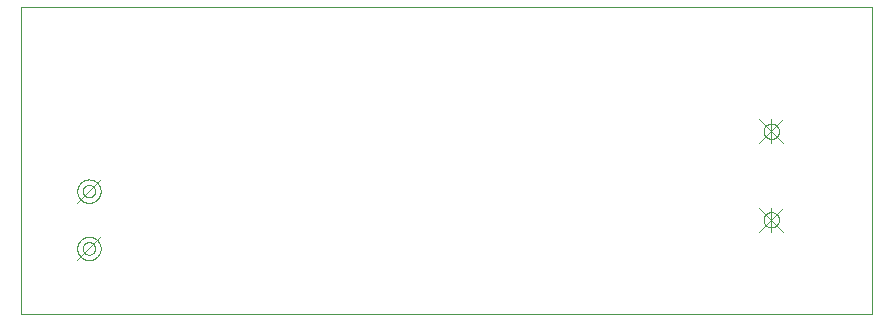
<source format=gbr>
G75*
%MOIN*%
%OFA0B0*%
%FSLAX25Y25*%
%IPPOS*%
%LPD*%
%AMOC8*
5,1,8,0,0,1.08239X$1,22.5*
%
%ADD10C,0.00000*%
%ADD11C,0.00100*%
D10*
X0004213Y0004606D02*
X0004213Y0106969D01*
X0287677Y0106969D01*
X0287677Y0004606D01*
X0004213Y0004606D01*
X0024705Y0026555D02*
X0024707Y0026646D01*
X0024713Y0026736D01*
X0024723Y0026827D01*
X0024737Y0026916D01*
X0024755Y0027005D01*
X0024776Y0027094D01*
X0024802Y0027181D01*
X0024831Y0027267D01*
X0024865Y0027351D01*
X0024901Y0027434D01*
X0024942Y0027516D01*
X0024986Y0027595D01*
X0025033Y0027673D01*
X0025084Y0027748D01*
X0025138Y0027821D01*
X0025195Y0027891D01*
X0025255Y0027959D01*
X0025318Y0028025D01*
X0025384Y0028087D01*
X0025453Y0028146D01*
X0025524Y0028203D01*
X0025598Y0028256D01*
X0025674Y0028306D01*
X0025752Y0028353D01*
X0025832Y0028396D01*
X0025913Y0028435D01*
X0025997Y0028471D01*
X0026082Y0028503D01*
X0026168Y0028532D01*
X0026255Y0028556D01*
X0026344Y0028577D01*
X0026433Y0028594D01*
X0026523Y0028607D01*
X0026613Y0028616D01*
X0026704Y0028621D01*
X0026795Y0028622D01*
X0026885Y0028619D01*
X0026976Y0028612D01*
X0027066Y0028601D01*
X0027156Y0028586D01*
X0027245Y0028567D01*
X0027333Y0028545D01*
X0027419Y0028518D01*
X0027505Y0028488D01*
X0027589Y0028454D01*
X0027672Y0028416D01*
X0027753Y0028375D01*
X0027832Y0028330D01*
X0027909Y0028281D01*
X0027983Y0028230D01*
X0028056Y0028175D01*
X0028126Y0028117D01*
X0028193Y0028056D01*
X0028257Y0027992D01*
X0028319Y0027926D01*
X0028378Y0027856D01*
X0028433Y0027785D01*
X0028486Y0027710D01*
X0028535Y0027634D01*
X0028581Y0027556D01*
X0028623Y0027475D01*
X0028662Y0027393D01*
X0028697Y0027309D01*
X0028728Y0027224D01*
X0028755Y0027137D01*
X0028779Y0027050D01*
X0028799Y0026961D01*
X0028815Y0026872D01*
X0028827Y0026782D01*
X0028835Y0026691D01*
X0028839Y0026600D01*
X0028839Y0026510D01*
X0028835Y0026419D01*
X0028827Y0026328D01*
X0028815Y0026238D01*
X0028799Y0026149D01*
X0028779Y0026060D01*
X0028755Y0025973D01*
X0028728Y0025886D01*
X0028697Y0025801D01*
X0028662Y0025717D01*
X0028623Y0025635D01*
X0028581Y0025554D01*
X0028535Y0025476D01*
X0028486Y0025400D01*
X0028433Y0025325D01*
X0028378Y0025254D01*
X0028319Y0025184D01*
X0028257Y0025118D01*
X0028193Y0025054D01*
X0028126Y0024993D01*
X0028056Y0024935D01*
X0027983Y0024880D01*
X0027909Y0024829D01*
X0027832Y0024780D01*
X0027753Y0024735D01*
X0027672Y0024694D01*
X0027589Y0024656D01*
X0027505Y0024622D01*
X0027419Y0024592D01*
X0027333Y0024565D01*
X0027245Y0024543D01*
X0027156Y0024524D01*
X0027066Y0024509D01*
X0026976Y0024498D01*
X0026885Y0024491D01*
X0026795Y0024488D01*
X0026704Y0024489D01*
X0026613Y0024494D01*
X0026523Y0024503D01*
X0026433Y0024516D01*
X0026344Y0024533D01*
X0026255Y0024554D01*
X0026168Y0024578D01*
X0026082Y0024607D01*
X0025997Y0024639D01*
X0025913Y0024675D01*
X0025832Y0024714D01*
X0025752Y0024757D01*
X0025674Y0024804D01*
X0025598Y0024854D01*
X0025524Y0024907D01*
X0025453Y0024964D01*
X0025384Y0025023D01*
X0025318Y0025085D01*
X0025255Y0025151D01*
X0025195Y0025219D01*
X0025138Y0025289D01*
X0025084Y0025362D01*
X0025033Y0025437D01*
X0024986Y0025515D01*
X0024942Y0025594D01*
X0024901Y0025676D01*
X0024865Y0025759D01*
X0024831Y0025843D01*
X0024802Y0025929D01*
X0024776Y0026016D01*
X0024755Y0026105D01*
X0024737Y0026194D01*
X0024723Y0026283D01*
X0024713Y0026374D01*
X0024707Y0026464D01*
X0024705Y0026555D01*
X0024705Y0045650D02*
X0024707Y0045741D01*
X0024713Y0045831D01*
X0024723Y0045922D01*
X0024737Y0046011D01*
X0024755Y0046100D01*
X0024776Y0046189D01*
X0024802Y0046276D01*
X0024831Y0046362D01*
X0024865Y0046446D01*
X0024901Y0046529D01*
X0024942Y0046611D01*
X0024986Y0046690D01*
X0025033Y0046768D01*
X0025084Y0046843D01*
X0025138Y0046916D01*
X0025195Y0046986D01*
X0025255Y0047054D01*
X0025318Y0047120D01*
X0025384Y0047182D01*
X0025453Y0047241D01*
X0025524Y0047298D01*
X0025598Y0047351D01*
X0025674Y0047401D01*
X0025752Y0047448D01*
X0025832Y0047491D01*
X0025913Y0047530D01*
X0025997Y0047566D01*
X0026082Y0047598D01*
X0026168Y0047627D01*
X0026255Y0047651D01*
X0026344Y0047672D01*
X0026433Y0047689D01*
X0026523Y0047702D01*
X0026613Y0047711D01*
X0026704Y0047716D01*
X0026795Y0047717D01*
X0026885Y0047714D01*
X0026976Y0047707D01*
X0027066Y0047696D01*
X0027156Y0047681D01*
X0027245Y0047662D01*
X0027333Y0047640D01*
X0027419Y0047613D01*
X0027505Y0047583D01*
X0027589Y0047549D01*
X0027672Y0047511D01*
X0027753Y0047470D01*
X0027832Y0047425D01*
X0027909Y0047376D01*
X0027983Y0047325D01*
X0028056Y0047270D01*
X0028126Y0047212D01*
X0028193Y0047151D01*
X0028257Y0047087D01*
X0028319Y0047021D01*
X0028378Y0046951D01*
X0028433Y0046880D01*
X0028486Y0046805D01*
X0028535Y0046729D01*
X0028581Y0046651D01*
X0028623Y0046570D01*
X0028662Y0046488D01*
X0028697Y0046404D01*
X0028728Y0046319D01*
X0028755Y0046232D01*
X0028779Y0046145D01*
X0028799Y0046056D01*
X0028815Y0045967D01*
X0028827Y0045877D01*
X0028835Y0045786D01*
X0028839Y0045695D01*
X0028839Y0045605D01*
X0028835Y0045514D01*
X0028827Y0045423D01*
X0028815Y0045333D01*
X0028799Y0045244D01*
X0028779Y0045155D01*
X0028755Y0045068D01*
X0028728Y0044981D01*
X0028697Y0044896D01*
X0028662Y0044812D01*
X0028623Y0044730D01*
X0028581Y0044649D01*
X0028535Y0044571D01*
X0028486Y0044495D01*
X0028433Y0044420D01*
X0028378Y0044349D01*
X0028319Y0044279D01*
X0028257Y0044213D01*
X0028193Y0044149D01*
X0028126Y0044088D01*
X0028056Y0044030D01*
X0027983Y0043975D01*
X0027909Y0043924D01*
X0027832Y0043875D01*
X0027753Y0043830D01*
X0027672Y0043789D01*
X0027589Y0043751D01*
X0027505Y0043717D01*
X0027419Y0043687D01*
X0027333Y0043660D01*
X0027245Y0043638D01*
X0027156Y0043619D01*
X0027066Y0043604D01*
X0026976Y0043593D01*
X0026885Y0043586D01*
X0026795Y0043583D01*
X0026704Y0043584D01*
X0026613Y0043589D01*
X0026523Y0043598D01*
X0026433Y0043611D01*
X0026344Y0043628D01*
X0026255Y0043649D01*
X0026168Y0043673D01*
X0026082Y0043702D01*
X0025997Y0043734D01*
X0025913Y0043770D01*
X0025832Y0043809D01*
X0025752Y0043852D01*
X0025674Y0043899D01*
X0025598Y0043949D01*
X0025524Y0044002D01*
X0025453Y0044059D01*
X0025384Y0044118D01*
X0025318Y0044180D01*
X0025255Y0044246D01*
X0025195Y0044314D01*
X0025138Y0044384D01*
X0025084Y0044457D01*
X0025033Y0044532D01*
X0024986Y0044610D01*
X0024942Y0044689D01*
X0024901Y0044771D01*
X0024865Y0044854D01*
X0024831Y0044938D01*
X0024802Y0045024D01*
X0024776Y0045111D01*
X0024755Y0045200D01*
X0024737Y0045289D01*
X0024723Y0045378D01*
X0024713Y0045469D01*
X0024707Y0045559D01*
X0024705Y0045650D01*
X0251654Y0036102D02*
X0251656Y0036203D01*
X0251662Y0036304D01*
X0251672Y0036405D01*
X0251686Y0036505D01*
X0251704Y0036604D01*
X0251726Y0036703D01*
X0251751Y0036801D01*
X0251781Y0036898D01*
X0251814Y0036993D01*
X0251851Y0037087D01*
X0251892Y0037180D01*
X0251936Y0037271D01*
X0251984Y0037360D01*
X0252036Y0037447D01*
X0252091Y0037532D01*
X0252149Y0037614D01*
X0252210Y0037695D01*
X0252275Y0037773D01*
X0252342Y0037848D01*
X0252412Y0037920D01*
X0252486Y0037990D01*
X0252562Y0038057D01*
X0252640Y0038121D01*
X0252721Y0038181D01*
X0252804Y0038238D01*
X0252890Y0038292D01*
X0252978Y0038343D01*
X0253067Y0038390D01*
X0253158Y0038434D01*
X0253251Y0038473D01*
X0253346Y0038510D01*
X0253441Y0038542D01*
X0253538Y0038571D01*
X0253637Y0038595D01*
X0253735Y0038616D01*
X0253835Y0038633D01*
X0253935Y0038646D01*
X0254036Y0038655D01*
X0254137Y0038660D01*
X0254238Y0038661D01*
X0254339Y0038658D01*
X0254440Y0038651D01*
X0254541Y0038640D01*
X0254641Y0038625D01*
X0254740Y0038606D01*
X0254839Y0038583D01*
X0254936Y0038557D01*
X0255033Y0038526D01*
X0255128Y0038492D01*
X0255221Y0038454D01*
X0255314Y0038412D01*
X0255404Y0038367D01*
X0255493Y0038318D01*
X0255579Y0038266D01*
X0255663Y0038210D01*
X0255746Y0038151D01*
X0255825Y0038089D01*
X0255903Y0038024D01*
X0255977Y0037956D01*
X0256049Y0037884D01*
X0256118Y0037811D01*
X0256184Y0037734D01*
X0256247Y0037655D01*
X0256307Y0037573D01*
X0256363Y0037489D01*
X0256416Y0037403D01*
X0256466Y0037315D01*
X0256512Y0037225D01*
X0256555Y0037134D01*
X0256594Y0037040D01*
X0256629Y0036945D01*
X0256660Y0036849D01*
X0256688Y0036752D01*
X0256712Y0036654D01*
X0256732Y0036555D01*
X0256748Y0036455D01*
X0256760Y0036354D01*
X0256768Y0036254D01*
X0256772Y0036153D01*
X0256772Y0036051D01*
X0256768Y0035950D01*
X0256760Y0035850D01*
X0256748Y0035749D01*
X0256732Y0035649D01*
X0256712Y0035550D01*
X0256688Y0035452D01*
X0256660Y0035355D01*
X0256629Y0035259D01*
X0256594Y0035164D01*
X0256555Y0035070D01*
X0256512Y0034979D01*
X0256466Y0034889D01*
X0256416Y0034801D01*
X0256363Y0034715D01*
X0256307Y0034631D01*
X0256247Y0034549D01*
X0256184Y0034470D01*
X0256118Y0034393D01*
X0256049Y0034320D01*
X0255977Y0034248D01*
X0255903Y0034180D01*
X0255825Y0034115D01*
X0255746Y0034053D01*
X0255663Y0033994D01*
X0255579Y0033938D01*
X0255492Y0033886D01*
X0255404Y0033837D01*
X0255314Y0033792D01*
X0255221Y0033750D01*
X0255128Y0033712D01*
X0255033Y0033678D01*
X0254936Y0033647D01*
X0254839Y0033621D01*
X0254740Y0033598D01*
X0254641Y0033579D01*
X0254541Y0033564D01*
X0254440Y0033553D01*
X0254339Y0033546D01*
X0254238Y0033543D01*
X0254137Y0033544D01*
X0254036Y0033549D01*
X0253935Y0033558D01*
X0253835Y0033571D01*
X0253735Y0033588D01*
X0253637Y0033609D01*
X0253538Y0033633D01*
X0253441Y0033662D01*
X0253346Y0033694D01*
X0253251Y0033731D01*
X0253158Y0033770D01*
X0253067Y0033814D01*
X0252978Y0033861D01*
X0252890Y0033912D01*
X0252804Y0033966D01*
X0252721Y0034023D01*
X0252640Y0034083D01*
X0252562Y0034147D01*
X0252486Y0034214D01*
X0252412Y0034284D01*
X0252342Y0034356D01*
X0252275Y0034431D01*
X0252210Y0034509D01*
X0252149Y0034590D01*
X0252091Y0034672D01*
X0252036Y0034757D01*
X0251984Y0034844D01*
X0251936Y0034933D01*
X0251892Y0035024D01*
X0251851Y0035117D01*
X0251814Y0035211D01*
X0251781Y0035306D01*
X0251751Y0035403D01*
X0251726Y0035501D01*
X0251704Y0035600D01*
X0251686Y0035699D01*
X0251672Y0035799D01*
X0251662Y0035900D01*
X0251656Y0036001D01*
X0251654Y0036102D01*
X0251654Y0065630D02*
X0251656Y0065731D01*
X0251662Y0065832D01*
X0251672Y0065933D01*
X0251686Y0066033D01*
X0251704Y0066132D01*
X0251726Y0066231D01*
X0251751Y0066329D01*
X0251781Y0066426D01*
X0251814Y0066521D01*
X0251851Y0066615D01*
X0251892Y0066708D01*
X0251936Y0066799D01*
X0251984Y0066888D01*
X0252036Y0066975D01*
X0252091Y0067060D01*
X0252149Y0067142D01*
X0252210Y0067223D01*
X0252275Y0067301D01*
X0252342Y0067376D01*
X0252412Y0067448D01*
X0252486Y0067518D01*
X0252562Y0067585D01*
X0252640Y0067649D01*
X0252721Y0067709D01*
X0252804Y0067766D01*
X0252890Y0067820D01*
X0252978Y0067871D01*
X0253067Y0067918D01*
X0253158Y0067962D01*
X0253251Y0068001D01*
X0253346Y0068038D01*
X0253441Y0068070D01*
X0253538Y0068099D01*
X0253637Y0068123D01*
X0253735Y0068144D01*
X0253835Y0068161D01*
X0253935Y0068174D01*
X0254036Y0068183D01*
X0254137Y0068188D01*
X0254238Y0068189D01*
X0254339Y0068186D01*
X0254440Y0068179D01*
X0254541Y0068168D01*
X0254641Y0068153D01*
X0254740Y0068134D01*
X0254839Y0068111D01*
X0254936Y0068085D01*
X0255033Y0068054D01*
X0255128Y0068020D01*
X0255221Y0067982D01*
X0255314Y0067940D01*
X0255404Y0067895D01*
X0255493Y0067846D01*
X0255579Y0067794D01*
X0255663Y0067738D01*
X0255746Y0067679D01*
X0255825Y0067617D01*
X0255903Y0067552D01*
X0255977Y0067484D01*
X0256049Y0067412D01*
X0256118Y0067339D01*
X0256184Y0067262D01*
X0256247Y0067183D01*
X0256307Y0067101D01*
X0256363Y0067017D01*
X0256416Y0066931D01*
X0256466Y0066843D01*
X0256512Y0066753D01*
X0256555Y0066662D01*
X0256594Y0066568D01*
X0256629Y0066473D01*
X0256660Y0066377D01*
X0256688Y0066280D01*
X0256712Y0066182D01*
X0256732Y0066083D01*
X0256748Y0065983D01*
X0256760Y0065882D01*
X0256768Y0065782D01*
X0256772Y0065681D01*
X0256772Y0065579D01*
X0256768Y0065478D01*
X0256760Y0065378D01*
X0256748Y0065277D01*
X0256732Y0065177D01*
X0256712Y0065078D01*
X0256688Y0064980D01*
X0256660Y0064883D01*
X0256629Y0064787D01*
X0256594Y0064692D01*
X0256555Y0064598D01*
X0256512Y0064507D01*
X0256466Y0064417D01*
X0256416Y0064329D01*
X0256363Y0064243D01*
X0256307Y0064159D01*
X0256247Y0064077D01*
X0256184Y0063998D01*
X0256118Y0063921D01*
X0256049Y0063848D01*
X0255977Y0063776D01*
X0255903Y0063708D01*
X0255825Y0063643D01*
X0255746Y0063581D01*
X0255663Y0063522D01*
X0255579Y0063466D01*
X0255492Y0063414D01*
X0255404Y0063365D01*
X0255314Y0063320D01*
X0255221Y0063278D01*
X0255128Y0063240D01*
X0255033Y0063206D01*
X0254936Y0063175D01*
X0254839Y0063149D01*
X0254740Y0063126D01*
X0254641Y0063107D01*
X0254541Y0063092D01*
X0254440Y0063081D01*
X0254339Y0063074D01*
X0254238Y0063071D01*
X0254137Y0063072D01*
X0254036Y0063077D01*
X0253935Y0063086D01*
X0253835Y0063099D01*
X0253735Y0063116D01*
X0253637Y0063137D01*
X0253538Y0063161D01*
X0253441Y0063190D01*
X0253346Y0063222D01*
X0253251Y0063259D01*
X0253158Y0063298D01*
X0253067Y0063342D01*
X0252978Y0063389D01*
X0252890Y0063440D01*
X0252804Y0063494D01*
X0252721Y0063551D01*
X0252640Y0063611D01*
X0252562Y0063675D01*
X0252486Y0063742D01*
X0252412Y0063812D01*
X0252342Y0063884D01*
X0252275Y0063959D01*
X0252210Y0064037D01*
X0252149Y0064118D01*
X0252091Y0064200D01*
X0252036Y0064285D01*
X0251984Y0064372D01*
X0251936Y0064461D01*
X0251892Y0064552D01*
X0251851Y0064645D01*
X0251814Y0064739D01*
X0251781Y0064834D01*
X0251751Y0064931D01*
X0251726Y0065029D01*
X0251704Y0065128D01*
X0251686Y0065227D01*
X0251672Y0065327D01*
X0251662Y0065428D01*
X0251656Y0065529D01*
X0251654Y0065630D01*
D11*
X0250213Y0061630D02*
X0258213Y0069630D01*
X0258213Y0061630D02*
X0250213Y0069630D01*
X0254213Y0069630D02*
X0254213Y0061630D01*
X0258213Y0040102D02*
X0250213Y0032102D01*
X0258213Y0032102D02*
X0250213Y0040102D01*
X0254213Y0040102D02*
X0254213Y0032102D01*
X0022872Y0026555D02*
X0022874Y0026679D01*
X0022880Y0026804D01*
X0022890Y0026928D01*
X0022904Y0027051D01*
X0022921Y0027174D01*
X0022943Y0027297D01*
X0022969Y0027419D01*
X0022998Y0027539D01*
X0023032Y0027659D01*
X0023069Y0027778D01*
X0023110Y0027895D01*
X0023154Y0028011D01*
X0023202Y0028126D01*
X0023254Y0028239D01*
X0023310Y0028350D01*
X0023369Y0028460D01*
X0023431Y0028567D01*
X0023497Y0028673D01*
X0023566Y0028776D01*
X0023639Y0028877D01*
X0023715Y0028976D01*
X0023793Y0029072D01*
X0023875Y0029166D01*
X0023960Y0029257D01*
X0024047Y0029346D01*
X0024138Y0029431D01*
X0024231Y0029514D01*
X0024327Y0029593D01*
X0024425Y0029669D01*
X0024525Y0029743D01*
X0024628Y0029813D01*
X0024733Y0029879D01*
X0024840Y0029943D01*
X0024949Y0030003D01*
X0025060Y0030059D01*
X0025172Y0030112D01*
X0025287Y0030161D01*
X0025402Y0030207D01*
X0025520Y0030248D01*
X0025638Y0030287D01*
X0025758Y0030321D01*
X0025878Y0030351D01*
X0026000Y0030378D01*
X0026122Y0030400D01*
X0026245Y0030419D01*
X0026368Y0030434D01*
X0026492Y0030445D01*
X0026617Y0030452D01*
X0026741Y0030455D01*
X0026865Y0030454D01*
X0026990Y0030449D01*
X0027114Y0030440D01*
X0027237Y0030427D01*
X0027361Y0030410D01*
X0027483Y0030390D01*
X0027605Y0030365D01*
X0027726Y0030336D01*
X0027846Y0030304D01*
X0027965Y0030268D01*
X0028083Y0030228D01*
X0028200Y0030184D01*
X0028315Y0030137D01*
X0028428Y0030086D01*
X0028540Y0030031D01*
X0028650Y0029973D01*
X0028758Y0029912D01*
X0028864Y0029847D01*
X0028968Y0029778D01*
X0029069Y0029707D01*
X0029169Y0029632D01*
X0029266Y0029554D01*
X0029360Y0029473D01*
X0029452Y0029389D01*
X0029541Y0029302D01*
X0029627Y0029212D01*
X0029710Y0029120D01*
X0029790Y0029025D01*
X0029868Y0028927D01*
X0029942Y0028827D01*
X0030013Y0028725D01*
X0030080Y0028621D01*
X0030144Y0028514D01*
X0030205Y0028405D01*
X0030262Y0028295D01*
X0030316Y0028183D01*
X0030366Y0028069D01*
X0030413Y0027954D01*
X0030455Y0027837D01*
X0030494Y0027719D01*
X0030530Y0027599D01*
X0030561Y0027479D01*
X0030588Y0027358D01*
X0030612Y0027236D01*
X0030632Y0027113D01*
X0030648Y0026989D01*
X0030660Y0026866D01*
X0030668Y0026742D01*
X0030672Y0026617D01*
X0030672Y0026493D01*
X0030668Y0026368D01*
X0030660Y0026244D01*
X0030648Y0026121D01*
X0030632Y0025997D01*
X0030612Y0025874D01*
X0030588Y0025752D01*
X0030561Y0025631D01*
X0030530Y0025511D01*
X0030494Y0025391D01*
X0030455Y0025273D01*
X0030413Y0025156D01*
X0030366Y0025041D01*
X0030316Y0024927D01*
X0030262Y0024815D01*
X0030205Y0024705D01*
X0030144Y0024596D01*
X0030080Y0024489D01*
X0030013Y0024385D01*
X0029942Y0024283D01*
X0029868Y0024183D01*
X0029790Y0024085D01*
X0029710Y0023990D01*
X0029627Y0023898D01*
X0029541Y0023808D01*
X0029452Y0023721D01*
X0029360Y0023637D01*
X0029266Y0023556D01*
X0029169Y0023478D01*
X0029069Y0023403D01*
X0028968Y0023332D01*
X0028864Y0023263D01*
X0028758Y0023198D01*
X0028650Y0023137D01*
X0028540Y0023079D01*
X0028428Y0023024D01*
X0028315Y0022973D01*
X0028200Y0022926D01*
X0028083Y0022882D01*
X0027965Y0022842D01*
X0027846Y0022806D01*
X0027726Y0022774D01*
X0027605Y0022745D01*
X0027483Y0022720D01*
X0027361Y0022700D01*
X0027237Y0022683D01*
X0027114Y0022670D01*
X0026990Y0022661D01*
X0026865Y0022656D01*
X0026741Y0022655D01*
X0026617Y0022658D01*
X0026492Y0022665D01*
X0026368Y0022676D01*
X0026245Y0022691D01*
X0026122Y0022710D01*
X0026000Y0022732D01*
X0025878Y0022759D01*
X0025758Y0022789D01*
X0025638Y0022823D01*
X0025520Y0022862D01*
X0025402Y0022903D01*
X0025287Y0022949D01*
X0025172Y0022998D01*
X0025060Y0023051D01*
X0024949Y0023107D01*
X0024840Y0023167D01*
X0024733Y0023231D01*
X0024628Y0023297D01*
X0024525Y0023367D01*
X0024425Y0023441D01*
X0024327Y0023517D01*
X0024231Y0023596D01*
X0024138Y0023679D01*
X0024047Y0023764D01*
X0023960Y0023853D01*
X0023875Y0023944D01*
X0023793Y0024038D01*
X0023715Y0024134D01*
X0023639Y0024233D01*
X0023566Y0024334D01*
X0023497Y0024437D01*
X0023431Y0024543D01*
X0023369Y0024650D01*
X0023310Y0024760D01*
X0023254Y0024871D01*
X0023202Y0024984D01*
X0023154Y0025099D01*
X0023110Y0025215D01*
X0023069Y0025332D01*
X0023032Y0025451D01*
X0022998Y0025571D01*
X0022969Y0025691D01*
X0022943Y0025813D01*
X0022921Y0025936D01*
X0022904Y0026059D01*
X0022890Y0026182D01*
X0022880Y0026306D01*
X0022874Y0026431D01*
X0022872Y0026555D01*
X0022772Y0022555D02*
X0030772Y0030555D01*
X0022872Y0045650D02*
X0022874Y0045774D01*
X0022880Y0045899D01*
X0022890Y0046023D01*
X0022904Y0046146D01*
X0022921Y0046269D01*
X0022943Y0046392D01*
X0022969Y0046514D01*
X0022998Y0046634D01*
X0023032Y0046754D01*
X0023069Y0046873D01*
X0023110Y0046990D01*
X0023154Y0047106D01*
X0023202Y0047221D01*
X0023254Y0047334D01*
X0023310Y0047445D01*
X0023369Y0047555D01*
X0023431Y0047662D01*
X0023497Y0047768D01*
X0023566Y0047871D01*
X0023639Y0047972D01*
X0023715Y0048071D01*
X0023793Y0048167D01*
X0023875Y0048261D01*
X0023960Y0048352D01*
X0024047Y0048441D01*
X0024138Y0048526D01*
X0024231Y0048609D01*
X0024327Y0048688D01*
X0024425Y0048764D01*
X0024525Y0048838D01*
X0024628Y0048908D01*
X0024733Y0048974D01*
X0024840Y0049038D01*
X0024949Y0049098D01*
X0025060Y0049154D01*
X0025172Y0049207D01*
X0025287Y0049256D01*
X0025402Y0049302D01*
X0025520Y0049343D01*
X0025638Y0049382D01*
X0025758Y0049416D01*
X0025878Y0049446D01*
X0026000Y0049473D01*
X0026122Y0049495D01*
X0026245Y0049514D01*
X0026368Y0049529D01*
X0026492Y0049540D01*
X0026617Y0049547D01*
X0026741Y0049550D01*
X0026865Y0049549D01*
X0026990Y0049544D01*
X0027114Y0049535D01*
X0027237Y0049522D01*
X0027361Y0049505D01*
X0027483Y0049485D01*
X0027605Y0049460D01*
X0027726Y0049431D01*
X0027846Y0049399D01*
X0027965Y0049363D01*
X0028083Y0049323D01*
X0028200Y0049279D01*
X0028315Y0049232D01*
X0028428Y0049181D01*
X0028540Y0049126D01*
X0028650Y0049068D01*
X0028758Y0049007D01*
X0028864Y0048942D01*
X0028968Y0048873D01*
X0029069Y0048802D01*
X0029169Y0048727D01*
X0029266Y0048649D01*
X0029360Y0048568D01*
X0029452Y0048484D01*
X0029541Y0048397D01*
X0029627Y0048307D01*
X0029710Y0048215D01*
X0029790Y0048120D01*
X0029868Y0048022D01*
X0029942Y0047922D01*
X0030013Y0047820D01*
X0030080Y0047716D01*
X0030144Y0047609D01*
X0030205Y0047500D01*
X0030262Y0047390D01*
X0030316Y0047278D01*
X0030366Y0047164D01*
X0030413Y0047049D01*
X0030455Y0046932D01*
X0030494Y0046814D01*
X0030530Y0046694D01*
X0030561Y0046574D01*
X0030588Y0046453D01*
X0030612Y0046331D01*
X0030632Y0046208D01*
X0030648Y0046084D01*
X0030660Y0045961D01*
X0030668Y0045837D01*
X0030672Y0045712D01*
X0030672Y0045588D01*
X0030668Y0045463D01*
X0030660Y0045339D01*
X0030648Y0045216D01*
X0030632Y0045092D01*
X0030612Y0044969D01*
X0030588Y0044847D01*
X0030561Y0044726D01*
X0030530Y0044606D01*
X0030494Y0044486D01*
X0030455Y0044368D01*
X0030413Y0044251D01*
X0030366Y0044136D01*
X0030316Y0044022D01*
X0030262Y0043910D01*
X0030205Y0043800D01*
X0030144Y0043691D01*
X0030080Y0043584D01*
X0030013Y0043480D01*
X0029942Y0043378D01*
X0029868Y0043278D01*
X0029790Y0043180D01*
X0029710Y0043085D01*
X0029627Y0042993D01*
X0029541Y0042903D01*
X0029452Y0042816D01*
X0029360Y0042732D01*
X0029266Y0042651D01*
X0029169Y0042573D01*
X0029069Y0042498D01*
X0028968Y0042427D01*
X0028864Y0042358D01*
X0028758Y0042293D01*
X0028650Y0042232D01*
X0028540Y0042174D01*
X0028428Y0042119D01*
X0028315Y0042068D01*
X0028200Y0042021D01*
X0028083Y0041977D01*
X0027965Y0041937D01*
X0027846Y0041901D01*
X0027726Y0041869D01*
X0027605Y0041840D01*
X0027483Y0041815D01*
X0027361Y0041795D01*
X0027237Y0041778D01*
X0027114Y0041765D01*
X0026990Y0041756D01*
X0026865Y0041751D01*
X0026741Y0041750D01*
X0026617Y0041753D01*
X0026492Y0041760D01*
X0026368Y0041771D01*
X0026245Y0041786D01*
X0026122Y0041805D01*
X0026000Y0041827D01*
X0025878Y0041854D01*
X0025758Y0041884D01*
X0025638Y0041918D01*
X0025520Y0041957D01*
X0025402Y0041998D01*
X0025287Y0042044D01*
X0025172Y0042093D01*
X0025060Y0042146D01*
X0024949Y0042202D01*
X0024840Y0042262D01*
X0024733Y0042326D01*
X0024628Y0042392D01*
X0024525Y0042462D01*
X0024425Y0042536D01*
X0024327Y0042612D01*
X0024231Y0042691D01*
X0024138Y0042774D01*
X0024047Y0042859D01*
X0023960Y0042948D01*
X0023875Y0043039D01*
X0023793Y0043133D01*
X0023715Y0043229D01*
X0023639Y0043328D01*
X0023566Y0043429D01*
X0023497Y0043532D01*
X0023431Y0043638D01*
X0023369Y0043745D01*
X0023310Y0043855D01*
X0023254Y0043966D01*
X0023202Y0044079D01*
X0023154Y0044194D01*
X0023110Y0044310D01*
X0023069Y0044427D01*
X0023032Y0044546D01*
X0022998Y0044666D01*
X0022969Y0044786D01*
X0022943Y0044908D01*
X0022921Y0045031D01*
X0022904Y0045154D01*
X0022890Y0045277D01*
X0022880Y0045401D01*
X0022874Y0045526D01*
X0022872Y0045650D01*
X0022772Y0041650D02*
X0030772Y0049650D01*
M02*

</source>
